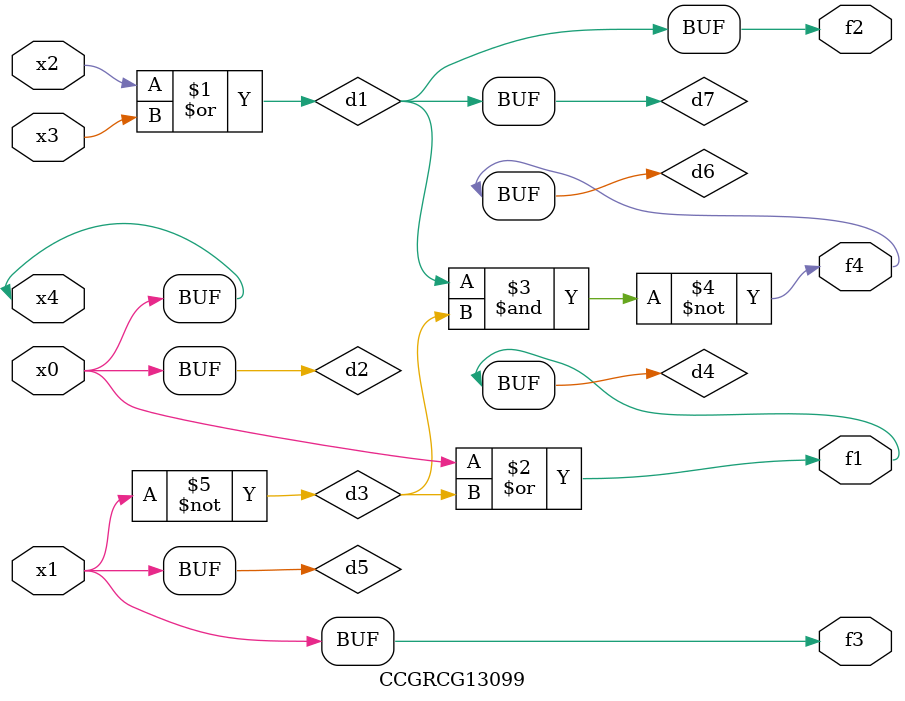
<source format=v>
module CCGRCG13099(
	input x0, x1, x2, x3, x4,
	output f1, f2, f3, f4
);

	wire d1, d2, d3, d4, d5, d6, d7;

	or (d1, x2, x3);
	buf (d2, x0, x4);
	not (d3, x1);
	or (d4, d2, d3);
	not (d5, d3);
	nand (d6, d1, d3);
	or (d7, d1);
	assign f1 = d4;
	assign f2 = d7;
	assign f3 = d5;
	assign f4 = d6;
endmodule

</source>
